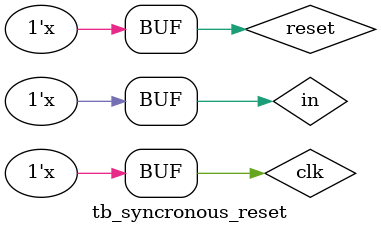
<source format=v>
`timescale 1ns / 1ps


module tb_syncronous_reset();
    reg clk;
    reg reset;
    reg in;
    wire out_sync;
    
    syncronous_reset syc(
    .clk(clk),
    .reset(reset),
    .in(in),
    .out_sync(out_sync)
    );
    
    always #10 clk = ~clk;
    always #20 in = ~in;
    always #30 reset = ~reset;
 
    
    initial begin
        in = 0;
        reset = 0;
        clk = 0;
    end
    
    initial begin
        $monitor("%t | in : %b |reset : %b | clk : %b" , $time, in , reset, clk);
    end
endmodule

</source>
